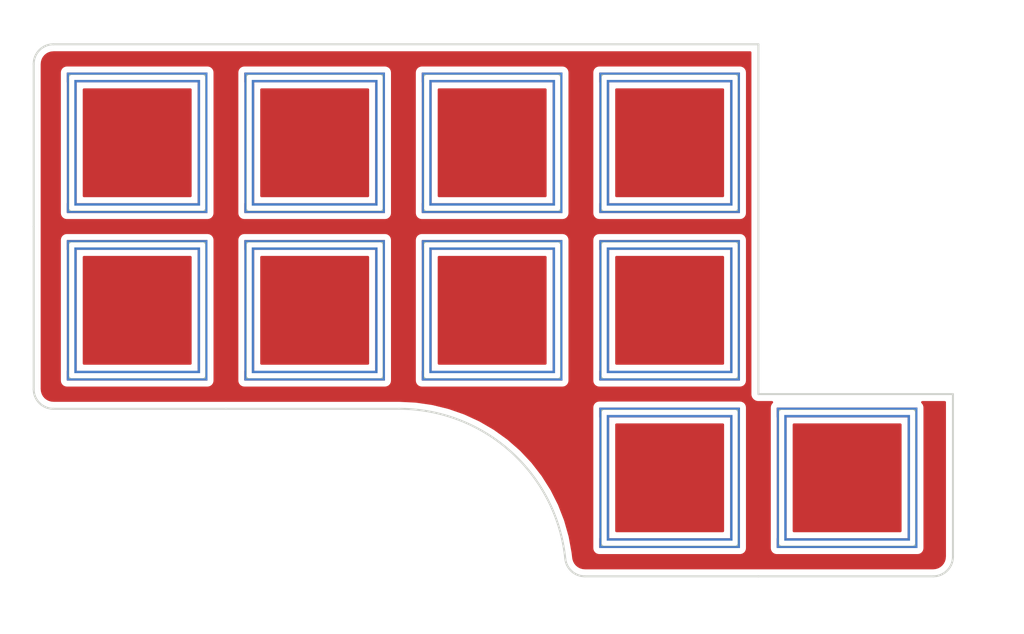
<source format=kicad_pcb>
(kicad_pcb (version 20171130) (host pcbnew "(5.1.10)-1")

  (general
    (thickness 1.6)
    (drawings 15)
    (tracks 0)
    (zones 0)
    (modules 10)
    (nets 12)
  )

  (page User 150.012 140.005)
  (title_block
    (title "Enki 42 left")
    (date 2021-06-23)
    (rev 0.2)
    (company Aroum)
  )

  (layers
    (0 F.Cu signal)
    (31 B.Cu signal)
    (32 B.Adhes user)
    (33 F.Adhes user)
    (34 B.Paste user)
    (35 F.Paste user)
    (36 B.SilkS user)
    (37 F.SilkS user)
    (38 B.Mask user)
    (39 F.Mask user)
    (40 Dwgs.User user)
    (41 Cmts.User user)
    (42 Eco1.User user)
    (43 Eco2.User user)
    (44 Edge.Cuts user)
    (45 Margin user)
    (46 B.CrtYd user)
    (47 F.CrtYd user)
    (48 B.Fab user)
    (49 F.Fab user)
  )

  (setup
    (last_trace_width 0.25)
    (user_trace_width 0.25)
    (user_trace_width 0.5)
    (trace_clearance 0.5)
    (zone_clearance 0.608)
    (zone_45_only no)
    (trace_min 0.15)
    (via_size 0.6)
    (via_drill 0.4)
    (via_min_size 0.4)
    (via_min_drill 0.3)
    (user_via 0.6 0.4)
    (uvia_size 0.3)
    (uvia_drill 0.1)
    (uvias_allowed no)
    (uvia_min_size 0.2)
    (uvia_min_drill 0.1)
    (edge_width 0.15)
    (segment_width 0.1)
    (pcb_text_width 0.3)
    (pcb_text_size 1.5 1.5)
    (mod_edge_width 0.15)
    (mod_text_size 1 1)
    (mod_text_width 0.15)
    (pad_size 0.975 0.95)
    (pad_drill 0)
    (pad_to_mask_clearance 0.051)
    (solder_mask_min_width 0.25)
    (aux_axis_origin 291.3875 36.175)
    (visible_elements 7FFDEFFF)
    (pcbplotparams
      (layerselection 0x010fc_ffffffff)
      (usegerberextensions true)
      (usegerberattributes false)
      (usegerberadvancedattributes false)
      (creategerberjobfile false)
      (excludeedgelayer true)
      (linewidth 0.100000)
      (plotframeref false)
      (viasonmask false)
      (mode 1)
      (useauxorigin false)
      (hpglpennumber 1)
      (hpglpenspeed 20)
      (hpglpendiameter 15.000000)
      (psnegative false)
      (psa4output false)
      (plotreference true)
      (plotvalue false)
      (plotinvisibletext false)
      (padsonsilk false)
      (subtractmaskfromsilk true)
      (outputformat 1)
      (mirror false)
      (drillshape 0)
      (scaleselection 1)
      (outputdirectory "gerber/"))
  )

  (net 0 "")
  (net 1 GND)
  (net 2 R1C1)
  (net 3 R1C2)
  (net 4 R1C3)
  (net 5 R1C4)
  (net 6 R2C1)
  (net 7 R2C2)
  (net 8 R2C3)
  (net 9 R2C4)
  (net 10 R3C4)
  (net 11 R3C5)

  (net_class Default "これは標準のネット クラスです。"
    (clearance 0.5)
    (trace_width 0.5)
    (via_dia 0.6)
    (via_drill 0.4)
    (uvia_dia 0.3)
    (uvia_drill 0.1)
    (diff_pair_width 0.25)
    (diff_pair_gap 0.25)
    (add_net R1C1)
    (add_net R1C2)
    (add_net R1C3)
    (add_net R1C4)
    (add_net R2C1)
    (add_net R2C2)
    (add_net R2C3)
    (add_net R2C4)
    (add_net R3C4)
    (add_net R3C5)
  )

  (module plate_lib:ChocV1_metallized_cutout (layer F.Cu) (tedit 61A3D7B6) (tstamp 60D5A177)
    (at 57.656 35.868)
    (path /5A5E2D32)
    (fp_text reference SW2 (at -5.842 -3.8735 180) (layer Dwgs.User) hide
      (effects (font (size 1 1) (thickness 0.15)))
    )
    (fp_text value SW_PUSH (at 0.1905 -2.7305 180) (layer Dwgs.User) hide
      (effects (font (size 0.5 0.5) (thickness 0.125)))
    )
    (fp_line (start 9.05 8.55) (end 7.25 8.55) (layer Eco1.User) (width 0.25))
    (fp_line (start 9.05 8.55) (end 9.05 7.2) (layer Eco1.User) (width 0.25))
    (fp_line (start 9.05 -8.55) (end 9.05 -7.35) (layer Eco1.User) (width 0.25))
    (fp_line (start 9.05 -8.55) (end 7.25 -8.55) (layer Eco1.User) (width 0.25))
    (fp_line (start -9.05 -8.55) (end -7.3 -8.55) (layer Eco1.User) (width 0.25))
    (fp_line (start -9.05 -8.55) (end -9.05 -7.35) (layer Eco1.User) (width 0.25))
    (fp_line (start -9.05 8.55) (end -7.3 8.55) (layer Eco1.User) (width 0.25))
    (fp_line (start -9.05 8.55) (end -9.05 7.2) (layer Eco1.User) (width 0.25))
    (fp_line (start 6.9 -6.9) (end -6.9 -6.9) (layer F.SilkS) (width 0.05))
    (fp_line (start -6.9 -6.9) (end -6.9 6.9) (layer F.SilkS) (width 0.05))
    (fp_line (start -6.9 6.9) (end 6.9 6.9) (layer F.SilkS) (width 0.05))
    (fp_line (start 6.9 6.9) (end 6.9 -6.9) (layer F.SilkS) (width 0.05))
    (pad 1 thru_hole custom (at -6.65 0) (size 1 14.2) (drill oval 0.5 13.8) (layers *.Cu *.Mask)
      (net 3 R1C2) (zone_connect 0)
      (options (clearance outline) (anchor rect))
      (primitives
      ))
    (pad 1 thru_hole custom (at 0 -6.65 90) (size 1 14.3) (drill oval 0.5 13.8) (layers *.Cu *.Mask)
      (net 3 R1C2) (zone_connect 0)
      (options (clearance outline) (anchor rect))
      (primitives
      ))
    (pad 1 thru_hole custom (at 0 6.65 270) (size 1 14.3) (drill oval 0.5 13.8) (layers *.Cu *.Mask)
      (net 3 R1C2) (zone_connect 0)
      (options (clearance outline) (anchor rect))
      (primitives
      ))
    (pad 1 thru_hole custom (at 6.65 0 180) (size 1 14.2) (drill oval 0.5 13.8) (layers *.Cu *.Mask)
      (net 3 R1C2) (zone_connect 0)
      (options (clearance outline) (anchor rect))
      (primitives
      ))
  )

  (module plate_lib:ChocV1_metallized_cutout (layer F.Cu) (tedit 61A3D7B6) (tstamp 60D5A043)
    (at 93.756 35.868)
    (path /5A5E2D44)
    (fp_text reference SW4 (at -5.842 -3.8735 180) (layer Dwgs.User) hide
      (effects (font (size 1 1) (thickness 0.15)))
    )
    (fp_text value SW_PUSH (at 0.1905 -2.7305 180) (layer Dwgs.User) hide
      (effects (font (size 0.5 0.5) (thickness 0.125)))
    )
    (fp_line (start 9.05 8.55) (end 7.25 8.55) (layer Eco1.User) (width 0.25))
    (fp_line (start 9.05 8.55) (end 9.05 7.2) (layer Eco1.User) (width 0.25))
    (fp_line (start 9.05 -8.55) (end 9.05 -7.35) (layer Eco1.User) (width 0.25))
    (fp_line (start 9.05 -8.55) (end 7.25 -8.55) (layer Eco1.User) (width 0.25))
    (fp_line (start -9.05 -8.55) (end -7.3 -8.55) (layer Eco1.User) (width 0.25))
    (fp_line (start -9.05 -8.55) (end -9.05 -7.35) (layer Eco1.User) (width 0.25))
    (fp_line (start -9.05 8.55) (end -7.3 8.55) (layer Eco1.User) (width 0.25))
    (fp_line (start -9.05 8.55) (end -9.05 7.2) (layer Eco1.User) (width 0.25))
    (fp_line (start 6.9 -6.9) (end -6.9 -6.9) (layer F.SilkS) (width 0.05))
    (fp_line (start -6.9 -6.9) (end -6.9 6.9) (layer F.SilkS) (width 0.05))
    (fp_line (start -6.9 6.9) (end 6.9 6.9) (layer F.SilkS) (width 0.05))
    (fp_line (start 6.9 6.9) (end 6.9 -6.9) (layer F.SilkS) (width 0.05))
    (pad 1 thru_hole custom (at -6.65 0) (size 1 14.2) (drill oval 0.5 13.8) (layers *.Cu *.Mask)
      (net 5 R1C4) (zone_connect 0)
      (options (clearance outline) (anchor rect))
      (primitives
      ))
    (pad 1 thru_hole custom (at 0 -6.65 90) (size 1 14.3) (drill oval 0.5 13.8) (layers *.Cu *.Mask)
      (net 5 R1C4) (zone_connect 0)
      (options (clearance outline) (anchor rect))
      (primitives
      ))
    (pad 1 thru_hole custom (at 0 6.65 270) (size 1 14.3) (drill oval 0.5 13.8) (layers *.Cu *.Mask)
      (net 5 R1C4) (zone_connect 0)
      (options (clearance outline) (anchor rect))
      (primitives
      ))
    (pad 1 thru_hole custom (at 6.65 0 180) (size 1 14.2) (drill oval 0.5 13.8) (layers *.Cu *.Mask)
      (net 5 R1C4) (zone_connect 0)
      (options (clearance outline) (anchor rect))
      (primitives
      ))
  )

  (module plate_lib:ChocV1_metallized_cutout (layer F.Cu) (tedit 61A3D7B6) (tstamp 60D59FCB)
    (at 111.806 69.968)
    (path /5A5E37B0)
    (fp_text reference SW10 (at -5.842 -3.8735 180) (layer Dwgs.User) hide
      (effects (font (size 1 1) (thickness 0.15)))
    )
    (fp_text value SW_PUSH (at 0.1905 -2.7305 180) (layer Dwgs.User) hide
      (effects (font (size 0.5 0.5) (thickness 0.125)))
    )
    (fp_line (start 9.05 8.55) (end 7.25 8.55) (layer Eco1.User) (width 0.25))
    (fp_line (start 9.05 8.55) (end 9.05 7.2) (layer Eco1.User) (width 0.25))
    (fp_line (start 9.05 -8.55) (end 9.05 -7.35) (layer Eco1.User) (width 0.25))
    (fp_line (start 9.05 -8.55) (end 7.25 -8.55) (layer Eco1.User) (width 0.25))
    (fp_line (start -9.05 -8.55) (end -7.3 -8.55) (layer Eco1.User) (width 0.25))
    (fp_line (start -9.05 -8.55) (end -9.05 -7.35) (layer Eco1.User) (width 0.25))
    (fp_line (start -9.05 8.55) (end -7.3 8.55) (layer Eco1.User) (width 0.25))
    (fp_line (start -9.05 8.55) (end -9.05 7.2) (layer Eco1.User) (width 0.25))
    (fp_line (start 6.9 -6.9) (end -6.9 -6.9) (layer F.SilkS) (width 0.05))
    (fp_line (start -6.9 -6.9) (end -6.9 6.9) (layer F.SilkS) (width 0.05))
    (fp_line (start -6.9 6.9) (end 6.9 6.9) (layer F.SilkS) (width 0.05))
    (fp_line (start 6.9 6.9) (end 6.9 -6.9) (layer F.SilkS) (width 0.05))
    (pad 1 thru_hole custom (at -6.65 0) (size 1 14.2) (drill oval 0.5 13.8) (layers *.Cu *.Mask)
      (net 11 R3C5) (zone_connect 0)
      (options (clearance outline) (anchor rect))
      (primitives
      ))
    (pad 1 thru_hole custom (at 0 -6.65 90) (size 1 14.3) (drill oval 0.5 13.8) (layers *.Cu *.Mask)
      (net 11 R3C5) (zone_connect 0)
      (options (clearance outline) (anchor rect))
      (primitives
      ))
    (pad 1 thru_hole custom (at 0 6.65 270) (size 1 14.3) (drill oval 0.5 13.8) (layers *.Cu *.Mask)
      (net 11 R3C5) (zone_connect 0)
      (options (clearance outline) (anchor rect))
      (primitives
      ))
    (pad 1 thru_hole custom (at 6.65 0 180) (size 1 14.2) (drill oval 0.5 13.8) (layers *.Cu *.Mask)
      (net 11 R3C5) (zone_connect 0)
      (options (clearance outline) (anchor rect))
      (primitives
      ))
  )

  (module plate_lib:ChocV1_metallized_cutout (layer F.Cu) (tedit 61A3D7B6) (tstamp 60D5A13B)
    (at 39.606 35.868)
    (path /5A5E2D26)
    (fp_text reference SW1 (at -5.842 -3.8735 180) (layer Dwgs.User) hide
      (effects (font (size 1 1) (thickness 0.15)))
    )
    (fp_text value SW_PUSH (at 0.1905 -2.7305 180) (layer Dwgs.User) hide
      (effects (font (size 0.5 0.5) (thickness 0.125)))
    )
    (fp_line (start 9.05 8.55) (end 7.25 8.55) (layer Eco1.User) (width 0.25))
    (fp_line (start 9.05 8.55) (end 9.05 7.2) (layer Eco1.User) (width 0.25))
    (fp_line (start 9.05 -8.55) (end 9.05 -7.35) (layer Eco1.User) (width 0.25))
    (fp_line (start 9.05 -8.55) (end 7.25 -8.55) (layer Eco1.User) (width 0.25))
    (fp_line (start -9.05 -8.55) (end -7.3 -8.55) (layer Eco1.User) (width 0.25))
    (fp_line (start -9.05 -8.55) (end -9.05 -7.35) (layer Eco1.User) (width 0.25))
    (fp_line (start -9.05 8.55) (end -7.3 8.55) (layer Eco1.User) (width 0.25))
    (fp_line (start -9.05 8.55) (end -9.05 7.2) (layer Eco1.User) (width 0.25))
    (fp_line (start 6.9 -6.9) (end -6.9 -6.9) (layer F.SilkS) (width 0.05))
    (fp_line (start -6.9 -6.9) (end -6.9 6.9) (layer F.SilkS) (width 0.05))
    (fp_line (start -6.9 6.9) (end 6.9 6.9) (layer F.SilkS) (width 0.05))
    (fp_line (start 6.9 6.9) (end 6.9 -6.9) (layer F.SilkS) (width 0.05))
    (pad 1 thru_hole custom (at -6.65 0) (size 1 14.2) (drill oval 0.5 13.8) (layers *.Cu *.Mask)
      (net 2 R1C1) (zone_connect 0)
      (options (clearance outline) (anchor rect))
      (primitives
      ))
    (pad 1 thru_hole custom (at 0 -6.65 90) (size 1 14.3) (drill oval 0.5 13.8) (layers *.Cu *.Mask)
      (net 2 R1C1) (zone_connect 0)
      (options (clearance outline) (anchor rect))
      (primitives
      ))
    (pad 1 thru_hole custom (at 0 6.65 270) (size 1 14.3) (drill oval 0.5 13.8) (layers *.Cu *.Mask)
      (net 2 R1C1) (zone_connect 0)
      (options (clearance outline) (anchor rect))
      (primitives
      ))
    (pad 1 thru_hole custom (at 6.65 0 180) (size 1 14.2) (drill oval 0.5 13.8) (layers *.Cu *.Mask)
      (net 2 R1C1) (zone_connect 0)
      (options (clearance outline) (anchor rect))
      (primitives
      ))
  )

  (module plate_lib:ChocV1_metallized_cutout (layer F.Cu) (tedit 61A3D7B6) (tstamp 60D59FDF)
    (at 93.756 69.968)
    (path /5A5E37A4)
    (fp_text reference SW9 (at -5.842 -3.8735 180) (layer Dwgs.User) hide
      (effects (font (size 1 1) (thickness 0.15)))
    )
    (fp_text value SW_PUSH (at 0.1905 -2.7305 180) (layer Dwgs.User) hide
      (effects (font (size 0.5 0.5) (thickness 0.125)))
    )
    (fp_line (start 9.05 8.55) (end 7.25 8.55) (layer Eco1.User) (width 0.25))
    (fp_line (start 9.05 8.55) (end 9.05 7.2) (layer Eco1.User) (width 0.25))
    (fp_line (start 9.05 -8.55) (end 9.05 -7.35) (layer Eco1.User) (width 0.25))
    (fp_line (start 9.05 -8.55) (end 7.25 -8.55) (layer Eco1.User) (width 0.25))
    (fp_line (start -9.05 -8.55) (end -7.3 -8.55) (layer Eco1.User) (width 0.25))
    (fp_line (start -9.05 -8.55) (end -9.05 -7.35) (layer Eco1.User) (width 0.25))
    (fp_line (start -9.05 8.55) (end -7.3 8.55) (layer Eco1.User) (width 0.25))
    (fp_line (start -9.05 8.55) (end -9.05 7.2) (layer Eco1.User) (width 0.25))
    (fp_line (start 6.9 -6.9) (end -6.9 -6.9) (layer F.SilkS) (width 0.05))
    (fp_line (start -6.9 -6.9) (end -6.9 6.9) (layer F.SilkS) (width 0.05))
    (fp_line (start -6.9 6.9) (end 6.9 6.9) (layer F.SilkS) (width 0.05))
    (fp_line (start 6.9 6.9) (end 6.9 -6.9) (layer F.SilkS) (width 0.05))
    (pad 1 thru_hole custom (at -6.65 0) (size 1 14.2) (drill oval 0.5 13.8) (layers *.Cu *.Mask)
      (net 10 R3C4) (zone_connect 0)
      (options (clearance outline) (anchor rect))
      (primitives
      ))
    (pad 1 thru_hole custom (at 0 -6.65 90) (size 1 14.3) (drill oval 0.5 13.8) (layers *.Cu *.Mask)
      (net 10 R3C4) (zone_connect 0)
      (options (clearance outline) (anchor rect))
      (primitives
      ))
    (pad 1 thru_hole custom (at 0 6.65 270) (size 1 14.3) (drill oval 0.5 13.8) (layers *.Cu *.Mask)
      (net 10 R3C4) (zone_connect 0)
      (options (clearance outline) (anchor rect))
      (primitives
      ))
    (pad 1 thru_hole custom (at 6.65 0 180) (size 1 14.2) (drill oval 0.5 13.8) (layers *.Cu *.Mask)
      (net 10 R3C4) (zone_connect 0)
      (options (clearance outline) (anchor rect))
      (primitives
      ))
  )

  (module plate_lib:ChocV1_metallized_cutout (layer F.Cu) (tedit 61A3D7B6) (tstamp 60D5A01B)
    (at 93.756 52.918)
    (path /5A5E35CF)
    (fp_text reference SW8 (at -5.842 -3.8735 180) (layer Dwgs.User) hide
      (effects (font (size 1 1) (thickness 0.15)))
    )
    (fp_text value SW_PUSH (at 0.1905 -2.7305 180) (layer Dwgs.User) hide
      (effects (font (size 0.5 0.5) (thickness 0.125)))
    )
    (fp_line (start 9.05 8.55) (end 7.25 8.55) (layer Eco1.User) (width 0.25))
    (fp_line (start 9.05 8.55) (end 9.05 7.2) (layer Eco1.User) (width 0.25))
    (fp_line (start 9.05 -8.55) (end 9.05 -7.35) (layer Eco1.User) (width 0.25))
    (fp_line (start 9.05 -8.55) (end 7.25 -8.55) (layer Eco1.User) (width 0.25))
    (fp_line (start -9.05 -8.55) (end -7.3 -8.55) (layer Eco1.User) (width 0.25))
    (fp_line (start -9.05 -8.55) (end -9.05 -7.35) (layer Eco1.User) (width 0.25))
    (fp_line (start -9.05 8.55) (end -7.3 8.55) (layer Eco1.User) (width 0.25))
    (fp_line (start -9.05 8.55) (end -9.05 7.2) (layer Eco1.User) (width 0.25))
    (fp_line (start 6.9 -6.9) (end -6.9 -6.9) (layer F.SilkS) (width 0.05))
    (fp_line (start -6.9 -6.9) (end -6.9 6.9) (layer F.SilkS) (width 0.05))
    (fp_line (start -6.9 6.9) (end 6.9 6.9) (layer F.SilkS) (width 0.05))
    (fp_line (start 6.9 6.9) (end 6.9 -6.9) (layer F.SilkS) (width 0.05))
    (pad 1 thru_hole custom (at -6.65 0) (size 1 14.2) (drill oval 0.5 13.8) (layers *.Cu *.Mask)
      (net 9 R2C4) (zone_connect 0)
      (options (clearance outline) (anchor rect))
      (primitives
      ))
    (pad 1 thru_hole custom (at 0 -6.65 90) (size 1 14.3) (drill oval 0.5 13.8) (layers *.Cu *.Mask)
      (net 9 R2C4) (zone_connect 0)
      (options (clearance outline) (anchor rect))
      (primitives
      ))
    (pad 1 thru_hole custom (at 0 6.65 270) (size 1 14.3) (drill oval 0.5 13.8) (layers *.Cu *.Mask)
      (net 9 R2C4) (zone_connect 0)
      (options (clearance outline) (anchor rect))
      (primitives
      ))
    (pad 1 thru_hole custom (at 6.65 0 180) (size 1 14.2) (drill oval 0.5 13.8) (layers *.Cu *.Mask)
      (net 9 R2C4) (zone_connect 0)
      (options (clearance outline) (anchor rect))
      (primitives
      ))
  )

  (module plate_lib:ChocV1_metallized_cutout (layer F.Cu) (tedit 61A3D7B6) (tstamp 60D59FB7)
    (at 75.706 52.918)
    (path /5A5E35C9)
    (fp_text reference SW7 (at -5.842 -3.8735 180) (layer Dwgs.User) hide
      (effects (font (size 1 1) (thickness 0.15)))
    )
    (fp_text value SW_PUSH (at 0.1905 -2.7305 180) (layer Dwgs.User) hide
      (effects (font (size 0.5 0.5) (thickness 0.125)))
    )
    (fp_line (start 9.05 8.55) (end 7.25 8.55) (layer Eco1.User) (width 0.25))
    (fp_line (start 9.05 8.55) (end 9.05 7.2) (layer Eco1.User) (width 0.25))
    (fp_line (start 9.05 -8.55) (end 9.05 -7.35) (layer Eco1.User) (width 0.25))
    (fp_line (start 9.05 -8.55) (end 7.25 -8.55) (layer Eco1.User) (width 0.25))
    (fp_line (start -9.05 -8.55) (end -7.3 -8.55) (layer Eco1.User) (width 0.25))
    (fp_line (start -9.05 -8.55) (end -9.05 -7.35) (layer Eco1.User) (width 0.25))
    (fp_line (start -9.05 8.55) (end -7.3 8.55) (layer Eco1.User) (width 0.25))
    (fp_line (start -9.05 8.55) (end -9.05 7.2) (layer Eco1.User) (width 0.25))
    (fp_line (start 6.9 -6.9) (end -6.9 -6.9) (layer F.SilkS) (width 0.05))
    (fp_line (start -6.9 -6.9) (end -6.9 6.9) (layer F.SilkS) (width 0.05))
    (fp_line (start -6.9 6.9) (end 6.9 6.9) (layer F.SilkS) (width 0.05))
    (fp_line (start 6.9 6.9) (end 6.9 -6.9) (layer F.SilkS) (width 0.05))
    (pad 1 thru_hole custom (at -6.65 0) (size 1 14.2) (drill oval 0.5 13.8) (layers *.Cu *.Mask)
      (net 8 R2C3) (zone_connect 0)
      (options (clearance outline) (anchor rect))
      (primitives
      ))
    (pad 1 thru_hole custom (at 0 -6.65 90) (size 1 14.3) (drill oval 0.5 13.8) (layers *.Cu *.Mask)
      (net 8 R2C3) (zone_connect 0)
      (options (clearance outline) (anchor rect))
      (primitives
      ))
    (pad 1 thru_hole custom (at 0 6.65 270) (size 1 14.3) (drill oval 0.5 13.8) (layers *.Cu *.Mask)
      (net 8 R2C3) (zone_connect 0)
      (options (clearance outline) (anchor rect))
      (primitives
      ))
    (pad 1 thru_hole custom (at 6.65 0 180) (size 1 14.2) (drill oval 0.5 13.8) (layers *.Cu *.Mask)
      (net 8 R2C3) (zone_connect 0)
      (options (clearance outline) (anchor rect))
      (primitives
      ))
  )

  (module plate_lib:ChocV1_metallized_cutout (layer F.Cu) (tedit 61A3D7B6) (tstamp 60D5A47B)
    (at 57.656 52.918)
    (path /5A5E35BD)
    (fp_text reference SW6 (at -5.842 -3.8735 180) (layer Dwgs.User) hide
      (effects (font (size 1 1) (thickness 0.15)))
    )
    (fp_text value SW_PUSH (at 0.1905 -2.7305 180) (layer Dwgs.User) hide
      (effects (font (size 0.5 0.5) (thickness 0.125)))
    )
    (fp_line (start 9.05 8.55) (end 7.25 8.55) (layer Eco1.User) (width 0.25))
    (fp_line (start 9.05 8.55) (end 9.05 7.2) (layer Eco1.User) (width 0.25))
    (fp_line (start 9.05 -8.55) (end 9.05 -7.35) (layer Eco1.User) (width 0.25))
    (fp_line (start 9.05 -8.55) (end 7.25 -8.55) (layer Eco1.User) (width 0.25))
    (fp_line (start -9.05 -8.55) (end -7.3 -8.55) (layer Eco1.User) (width 0.25))
    (fp_line (start -9.05 -8.55) (end -9.05 -7.35) (layer Eco1.User) (width 0.25))
    (fp_line (start -9.05 8.55) (end -7.3 8.55) (layer Eco1.User) (width 0.25))
    (fp_line (start -9.05 8.55) (end -9.05 7.2) (layer Eco1.User) (width 0.25))
    (fp_line (start 6.9 -6.9) (end -6.9 -6.9) (layer F.SilkS) (width 0.05))
    (fp_line (start -6.9 -6.9) (end -6.9 6.9) (layer F.SilkS) (width 0.05))
    (fp_line (start -6.9 6.9) (end 6.9 6.9) (layer F.SilkS) (width 0.05))
    (fp_line (start 6.9 6.9) (end 6.9 -6.9) (layer F.SilkS) (width 0.05))
    (pad 1 thru_hole custom (at -6.65 0) (size 1 14.2) (drill oval 0.5 13.8) (layers *.Cu *.Mask)
      (net 7 R2C2) (zone_connect 0)
      (options (clearance outline) (anchor rect))
      (primitives
      ))
    (pad 1 thru_hole custom (at 0 -6.65 90) (size 1 14.3) (drill oval 0.5 13.8) (layers *.Cu *.Mask)
      (net 7 R2C2) (zone_connect 0)
      (options (clearance outline) (anchor rect))
      (primitives
      ))
    (pad 1 thru_hole custom (at 0 6.65 270) (size 1 14.3) (drill oval 0.5 13.8) (layers *.Cu *.Mask)
      (net 7 R2C2) (zone_connect 0)
      (options (clearance outline) (anchor rect))
      (primitives
      ))
    (pad 1 thru_hole custom (at 6.65 0 180) (size 1 14.2) (drill oval 0.5 13.8) (layers *.Cu *.Mask)
      (net 7 R2C2) (zone_connect 0)
      (options (clearance outline) (anchor rect))
      (primitives
      ))
  )

  (module plate_lib:ChocV1_metallized_cutout (layer F.Cu) (tedit 61A3D7B6) (tstamp 60D5A113)
    (at 39.606 52.918)
    (path /5A5E35B1)
    (fp_text reference SW5 (at -5.842 -3.8735 180) (layer Dwgs.User) hide
      (effects (font (size 1 1) (thickness 0.15)))
    )
    (fp_text value SW_PUSH (at 0.1905 -2.7305 180) (layer Dwgs.User) hide
      (effects (font (size 0.5 0.5) (thickness 0.125)))
    )
    (fp_line (start 9.05 8.55) (end 7.25 8.55) (layer Eco1.User) (width 0.25))
    (fp_line (start 9.05 8.55) (end 9.05 7.2) (layer Eco1.User) (width 0.25))
    (fp_line (start 9.05 -8.55) (end 9.05 -7.35) (layer Eco1.User) (width 0.25))
    (fp_line (start 9.05 -8.55) (end 7.25 -8.55) (layer Eco1.User) (width 0.25))
    (fp_line (start -9.05 -8.55) (end -7.3 -8.55) (layer Eco1.User) (width 0.25))
    (fp_line (start -9.05 -8.55) (end -9.05 -7.35) (layer Eco1.User) (width 0.25))
    (fp_line (start -9.05 8.55) (end -7.3 8.55) (layer Eco1.User) (width 0.25))
    (fp_line (start -9.05 8.55) (end -9.05 7.2) (layer Eco1.User) (width 0.25))
    (fp_line (start 6.9 -6.9) (end -6.9 -6.9) (layer F.SilkS) (width 0.05))
    (fp_line (start -6.9 -6.9) (end -6.9 6.9) (layer F.SilkS) (width 0.05))
    (fp_line (start -6.9 6.9) (end 6.9 6.9) (layer F.SilkS) (width 0.05))
    (fp_line (start 6.9 6.9) (end 6.9 -6.9) (layer F.SilkS) (width 0.05))
    (pad 1 thru_hole custom (at -6.65 0) (size 1 14.2) (drill oval 0.5 13.8) (layers *.Cu *.Mask)
      (net 6 R2C1) (zone_connect 0)
      (options (clearance outline) (anchor rect))
      (primitives
      ))
    (pad 1 thru_hole custom (at 0 -6.65 90) (size 1 14.3) (drill oval 0.5 13.8) (layers *.Cu *.Mask)
      (net 6 R2C1) (zone_connect 0)
      (options (clearance outline) (anchor rect))
      (primitives
      ))
    (pad 1 thru_hole custom (at 0 6.65 270) (size 1 14.3) (drill oval 0.5 13.8) (layers *.Cu *.Mask)
      (net 6 R2C1) (zone_connect 0)
      (options (clearance outline) (anchor rect))
      (primitives
      ))
    (pad 1 thru_hole custom (at 6.65 0 180) (size 1 14.2) (drill oval 0.5 13.8) (layers *.Cu *.Mask)
      (net 6 R2C1) (zone_connect 0)
      (options (clearance outline) (anchor rect))
      (primitives
      ))
  )

  (module plate_lib:ChocV1_metallized_cutout (layer F.Cu) (tedit 61A3D7B6) (tstamp 60D5A057)
    (at 75.706 35.868)
    (path /5A5E2D3E)
    (fp_text reference SW3 (at -5.842 -3.8735 180) (layer Dwgs.User) hide
      (effects (font (size 1 1) (thickness 0.15)))
    )
    (fp_text value SW_PUSH (at 0.1905 -2.7305 180) (layer Dwgs.User) hide
      (effects (font (size 0.5 0.5) (thickness 0.125)))
    )
    (fp_line (start 9.05 8.55) (end 7.25 8.55) (layer Eco1.User) (width 0.25))
    (fp_line (start 9.05 8.55) (end 9.05 7.2) (layer Eco1.User) (width 0.25))
    (fp_line (start 9.05 -8.55) (end 9.05 -7.35) (layer Eco1.User) (width 0.25))
    (fp_line (start 9.05 -8.55) (end 7.25 -8.55) (layer Eco1.User) (width 0.25))
    (fp_line (start -9.05 -8.55) (end -7.3 -8.55) (layer Eco1.User) (width 0.25))
    (fp_line (start -9.05 -8.55) (end -9.05 -7.35) (layer Eco1.User) (width 0.25))
    (fp_line (start -9.05 8.55) (end -7.3 8.55) (layer Eco1.User) (width 0.25))
    (fp_line (start -9.05 8.55) (end -9.05 7.2) (layer Eco1.User) (width 0.25))
    (fp_line (start 6.9 -6.9) (end -6.9 -6.9) (layer F.SilkS) (width 0.05))
    (fp_line (start -6.9 -6.9) (end -6.9 6.9) (layer F.SilkS) (width 0.05))
    (fp_line (start -6.9 6.9) (end 6.9 6.9) (layer F.SilkS) (width 0.05))
    (fp_line (start 6.9 6.9) (end 6.9 -6.9) (layer F.SilkS) (width 0.05))
    (pad 1 thru_hole custom (at -6.65 0) (size 1 14.2) (drill oval 0.5 13.8) (layers *.Cu *.Mask)
      (net 4 R1C3) (zone_connect 0)
      (options (clearance outline) (anchor rect))
      (primitives
      ))
    (pad 1 thru_hole custom (at 0 -6.65 90) (size 1 14.3) (drill oval 0.5 13.8) (layers *.Cu *.Mask)
      (net 4 R1C3) (zone_connect 0)
      (options (clearance outline) (anchor rect))
      (primitives
      ))
    (pad 1 thru_hole custom (at 0 6.65 270) (size 1 14.3) (drill oval 0.5 13.8) (layers *.Cu *.Mask)
      (net 4 R1C3) (zone_connect 0)
      (options (clearance outline) (anchor rect))
      (primitives
      ))
    (pad 1 thru_hole custom (at 6.65 0 180) (size 1 14.2) (drill oval 0.5 13.8) (layers *.Cu *.Mask)
      (net 4 R1C3) (zone_connect 0)
      (options (clearance outline) (anchor rect))
      (primitives
      ))
  )

  (gr_line (start 102.781 61.443) (end 122.566009 61.443) (layer Edge.Cuts) (width 0.2))
  (gr_line (start 102.781 25.8445) (end 102.781 61.443) (layer Edge.Cuts) (width 0.2))
  (gr_arc (start 31.081 27.843) (end 31.081 25.843) (angle -90) (layer Edge.Cuts) (width 0.2) (tstamp 60FEB23C))
  (gr_line (start 31.081 25.843) (end 102.781 25.8445) (layer Edge.Cuts) (width 0.2) (tstamp 60FEB23B))
  (gr_arc (start 31.081 60.942999) (end 29.081 60.942999) (angle -90) (layer Edge.Cuts) (width 0.2) (tstamp 60FEB239))
  (gr_arc (start 120.566009 77.992999) (end 120.566009 79.992999) (angle -90) (layer Edge.Cuts) (width 0.2) (tstamp 60FEB238))
  (gr_arc (start 85.130669 77.992999) (end 83.141231 78.198262) (angle -84.10927124) (layer Edge.Cuts) (width 0.2) (tstamp 60FEB237))
  (gr_arc (start 66.231 79.942999) (end 83.141231 78.198262) (angle -84.10927124) (layer Edge.Cuts) (width 0.2) (tstamp 60FEB236))
  (gr_line (start 31.081 62.942999) (end 48.631 62.942999) (layer Edge.Cuts) (width 0.2) (tstamp 60FEB235))
  (gr_line (start 29.081 44.393) (end 29.081 60.942999) (layer Edge.Cuts) (width 0.2) (tstamp 60FEB234))
  (gr_line (start 29.081 27.843) (end 29.081 44.393) (layer Edge.Cuts) (width 0.2) (tstamp 60FEB233))
  (gr_line (start 48.631 62.942999) (end 66.231 62.942999) (layer Edge.Cuts) (width 0.2) (tstamp 60FEB230))
  (gr_line (start 85.130669 79.992999) (end 102.780999 79.992999) (layer Edge.Cuts) (width 0.2) (tstamp 60FEB22F))
  (gr_line (start 102.780999 79.992999) (end 120.566009 79.992999) (layer Edge.Cuts) (width 0.2) (tstamp 60FEB22E))
  (gr_line (start 122.566009 77.992999) (end 122.566009 61.443) (layer Edge.Cuts) (width 0.2) (tstamp 60FEB22D))

  (zone (net 1) (net_name GND) (layer B.Cu) (tstamp 61155236) (hatch edge 0.508)
    (connect_pads (clearance 0.608))
    (min_thickness 0.254)
    (fill yes (arc_segments 32) (thermal_gap 0.508) (thermal_bridge_width 0.508))
    (polygon
      (pts
        (xy 129.794 85.852) (xy 25.908 85.852) (xy 25.908 21.336) (xy 129.794 21.336)
      )
    )
  )
  (zone (net 0) (net_name "") (layer F.Cu) (tstamp 61A3FB1C) (hatch edge 0.508)
    (connect_pads (clearance 0.608))
    (min_thickness 0.254)
    (fill yes (arc_segments 32) (thermal_gap 0.508) (thermal_bridge_width 0.508))
    (polygon
      (pts
        (xy 129.54 85.852) (xy 25.654 85.852) (xy 25.654 21.336) (xy 129.54 21.336)
      )
    )
    (filled_polygon
      (pts
        (xy 101.946 26.679482) (xy 101.946001 61.401971) (xy 101.94196 61.443) (xy 101.958082 61.606689) (xy 102.005828 61.764087)
        (xy 102.083364 61.909146) (xy 102.187709 62.036291) (xy 102.314854 62.140636) (xy 102.459913 62.218172) (xy 102.617311 62.265918)
        (xy 102.739981 62.278) (xy 102.739982 62.278) (xy 102.781 62.28204) (xy 102.822019 62.278) (xy 104.155405 62.278)
        (xy 104.133762 62.295762) (xy 104.041913 62.40768) (xy 103.973663 62.535367) (xy 103.931635 62.673915) (xy 103.917444 62.818)
        (xy 103.917444 77.118) (xy 103.931635 77.262085) (xy 103.973663 77.400633) (xy 104.041913 77.52832) (xy 104.133762 77.640238)
        (xy 104.24568 77.732087) (xy 104.373367 77.800337) (xy 104.511915 77.842365) (xy 104.656 77.856556) (xy 118.956 77.856556)
        (xy 119.100085 77.842365) (xy 119.238633 77.800337) (xy 119.36632 77.732087) (xy 119.478238 77.640238) (xy 119.570087 77.52832)
        (xy 119.638337 77.400633) (xy 119.680365 77.262085) (xy 119.694556 77.118) (xy 119.694556 62.818) (xy 119.680365 62.673915)
        (xy 119.638337 62.535367) (xy 119.570087 62.40768) (xy 119.478238 62.295762) (xy 119.456595 62.278) (xy 121.73101 62.278)
        (xy 121.731009 77.952159) (xy 121.704893 78.218505) (xy 121.639403 78.43542) (xy 121.533027 78.635483) (xy 121.389818 78.811076)
        (xy 121.215228 78.955509) (xy 121.01591 79.063279) (xy 120.799463 79.130281) (xy 120.535742 79.157999) (xy 85.171519 79.157999)
        (xy 84.905165 79.131883) (xy 84.688246 79.066391) (xy 84.488186 78.960018) (xy 84.312592 78.816807) (xy 84.168159 78.642216)
        (xy 84.060391 78.442903) (xy 83.987426 78.207194) (xy 83.968798 78.086096) (xy 83.91487 77.626702) (xy 83.913282 77.617157)
        (xy 83.907238 77.575471) (xy 83.616966 75.970248) (xy 83.614506 75.959592) (xy 83.612795 75.94879) (xy 83.598942 75.892178)
        (xy 83.156153 74.322167) (xy 83.152683 74.311797) (xy 83.149945 74.301208) (xy 83.130753 74.246252) (xy 83.13073 74.246184)
        (xy 83.130722 74.246166) (xy 82.539501 72.72584) (xy 82.535049 72.71584) (xy 82.531312 72.705573) (xy 82.506912 72.652644)
        (xy 81.772685 71.195966) (xy 81.767303 71.186453) (xy 81.762592 71.176576) (xy 81.733231 71.12623) (xy 80.862769 69.746631)
        (xy 80.856497 69.737673) (xy 80.850863 69.728297) (xy 80.816811 69.680997) (xy 79.818128 68.39118) (xy 79.811022 68.38286)
        (xy 79.80452 68.374073) (xy 79.766092 68.330254) (xy 78.648383 67.142094) (xy 78.640512 67.134493) (xy 78.633198 67.12637)
        (xy 78.590747 67.086436) (xy 77.364303 66.010874) (xy 77.355747 66.004068) (xy 77.347681 65.996677) (xy 77.301635 65.961025)
        (xy 77.301598 65.960996) (xy 77.301588 65.960989) (xy 75.977713 65.007935) (xy 75.968533 65.001973) (xy 75.959806 64.995397)
        (xy 75.91055 64.964318) (xy 75.910516 64.964296) (xy 75.910507 64.964291) (xy 74.501378 64.142511) (xy 74.491679 64.137462)
        (xy 74.482353 64.131747) (xy 74.430308 64.105514) (xy 72.948893 63.422573) (xy 72.938748 63.418474) (xy 72.928923 63.413682)
        (xy 72.87467 63.392585) (xy 72.874604 63.392558) (xy 72.874585 63.392552) (xy 71.334553 62.854749) (xy 71.324068 62.851643)
        (xy 71.313824 62.847813) (xy 71.257799 62.832013) (xy 71.257729 62.831992) (xy 71.257709 62.831988) (xy 71.200545 62.818)
        (xy 85.867444 62.818) (xy 85.867444 77.118) (xy 85.881635 77.262085) (xy 85.923663 77.400633) (xy 85.991913 77.52832)
        (xy 86.083762 77.640238) (xy 86.19568 77.732087) (xy 86.323367 77.800337) (xy 86.461915 77.842365) (xy 86.606 77.856556)
        (xy 100.906 77.856556) (xy 101.050085 77.842365) (xy 101.188633 77.800337) (xy 101.31632 77.732087) (xy 101.428238 77.640238)
        (xy 101.520087 77.52832) (xy 101.588337 77.400633) (xy 101.630365 77.262085) (xy 101.644556 77.118) (xy 101.644556 62.818)
        (xy 101.630365 62.673915) (xy 101.588337 62.535367) (xy 101.520087 62.40768) (xy 101.428238 62.295762) (xy 101.31632 62.203913)
        (xy 101.188633 62.135663) (xy 101.050085 62.093635) (xy 100.906 62.079444) (xy 86.606 62.079444) (xy 86.461915 62.093635)
        (xy 86.323367 62.135663) (xy 86.19568 62.203913) (xy 86.083762 62.295762) (xy 85.991913 62.40768) (xy 85.923663 62.535367)
        (xy 85.881635 62.673915) (xy 85.867444 62.818) (xy 71.200545 62.818) (xy 69.673221 62.444265) (xy 69.662478 62.442177)
        (xy 69.651921 62.439348) (xy 69.594583 62.42898) (xy 69.59457 62.428977) (xy 69.594567 62.428977) (xy 67.980194 62.194904)
        (xy 67.969305 62.193855) (xy 67.958523 62.192051) (xy 67.900516 62.187231) (xy 67.90044 62.187224) (xy 67.900419 62.187224)
        (xy 66.291975 62.109965) (xy 66.272019 62.107999) (xy 31.12184 62.107999) (xy 30.855494 62.081883) (xy 30.638579 62.016393)
        (xy 30.438516 61.910017) (xy 30.262923 61.766808) (xy 30.11849 61.592218) (xy 30.01072 61.3929) (xy 29.943718 61.176453)
        (xy 29.916 60.912732) (xy 29.916 45.768) (xy 31.717444 45.768) (xy 31.717444 60.068) (xy 31.731635 60.212085)
        (xy 31.773663 60.350633) (xy 31.841913 60.47832) (xy 31.933762 60.590238) (xy 32.04568 60.682087) (xy 32.173367 60.750337)
        (xy 32.311915 60.792365) (xy 32.456 60.806556) (xy 46.756 60.806556) (xy 46.900085 60.792365) (xy 47.038633 60.750337)
        (xy 47.16632 60.682087) (xy 47.278238 60.590238) (xy 47.370087 60.47832) (xy 47.438337 60.350633) (xy 47.480365 60.212085)
        (xy 47.494556 60.068) (xy 47.494556 45.768) (xy 49.767444 45.768) (xy 49.767444 60.068) (xy 49.781635 60.212085)
        (xy 49.823663 60.350633) (xy 49.891913 60.47832) (xy 49.983762 60.590238) (xy 50.09568 60.682087) (xy 50.223367 60.750337)
        (xy 50.361915 60.792365) (xy 50.506 60.806556) (xy 64.806 60.806556) (xy 64.950085 60.792365) (xy 65.088633 60.750337)
        (xy 65.21632 60.682087) (xy 65.328238 60.590238) (xy 65.420087 60.47832) (xy 65.488337 60.350633) (xy 65.530365 60.212085)
        (xy 65.544556 60.068) (xy 65.544556 45.768) (xy 67.817444 45.768) (xy 67.817444 60.068) (xy 67.831635 60.212085)
        (xy 67.873663 60.350633) (xy 67.941913 60.47832) (xy 68.033762 60.590238) (xy 68.14568 60.682087) (xy 68.273367 60.750337)
        (xy 68.411915 60.792365) (xy 68.556 60.806556) (xy 82.856 60.806556) (xy 83.000085 60.792365) (xy 83.138633 60.750337)
        (xy 83.26632 60.682087) (xy 83.378238 60.590238) (xy 83.470087 60.47832) (xy 83.538337 60.350633) (xy 83.580365 60.212085)
        (xy 83.594556 60.068) (xy 83.594556 45.768) (xy 85.867444 45.768) (xy 85.867444 60.068) (xy 85.881635 60.212085)
        (xy 85.923663 60.350633) (xy 85.991913 60.47832) (xy 86.083762 60.590238) (xy 86.19568 60.682087) (xy 86.323367 60.750337)
        (xy 86.461915 60.792365) (xy 86.606 60.806556) (xy 100.906 60.806556) (xy 101.050085 60.792365) (xy 101.188633 60.750337)
        (xy 101.31632 60.682087) (xy 101.428238 60.590238) (xy 101.520087 60.47832) (xy 101.588337 60.350633) (xy 101.630365 60.212085)
        (xy 101.644556 60.068) (xy 101.644556 45.768) (xy 101.630365 45.623915) (xy 101.588337 45.485367) (xy 101.520087 45.35768)
        (xy 101.428238 45.245762) (xy 101.31632 45.153913) (xy 101.188633 45.085663) (xy 101.050085 45.043635) (xy 100.906 45.029444)
        (xy 86.606 45.029444) (xy 86.461915 45.043635) (xy 86.323367 45.085663) (xy 86.19568 45.153913) (xy 86.083762 45.245762)
        (xy 85.991913 45.35768) (xy 85.923663 45.485367) (xy 85.881635 45.623915) (xy 85.867444 45.768) (xy 83.594556 45.768)
        (xy 83.580365 45.623915) (xy 83.538337 45.485367) (xy 83.470087 45.35768) (xy 83.378238 45.245762) (xy 83.26632 45.153913)
        (xy 83.138633 45.085663) (xy 83.000085 45.043635) (xy 82.856 45.029444) (xy 68.556 45.029444) (xy 68.411915 45.043635)
        (xy 68.273367 45.085663) (xy 68.14568 45.153913) (xy 68.033762 45.245762) (xy 67.941913 45.35768) (xy 67.873663 45.485367)
        (xy 67.831635 45.623915) (xy 67.817444 45.768) (xy 65.544556 45.768) (xy 65.530365 45.623915) (xy 65.488337 45.485367)
        (xy 65.420087 45.35768) (xy 65.328238 45.245762) (xy 65.21632 45.153913) (xy 65.088633 45.085663) (xy 64.950085 45.043635)
        (xy 64.806 45.029444) (xy 50.506 45.029444) (xy 50.361915 45.043635) (xy 50.223367 45.085663) (xy 50.09568 45.153913)
        (xy 49.983762 45.245762) (xy 49.891913 45.35768) (xy 49.823663 45.485367) (xy 49.781635 45.623915) (xy 49.767444 45.768)
        (xy 47.494556 45.768) (xy 47.480365 45.623915) (xy 47.438337 45.485367) (xy 47.370087 45.35768) (xy 47.278238 45.245762)
        (xy 47.16632 45.153913) (xy 47.038633 45.085663) (xy 46.900085 45.043635) (xy 46.756 45.029444) (xy 32.456 45.029444)
        (xy 32.311915 45.043635) (xy 32.173367 45.085663) (xy 32.04568 45.153913) (xy 31.933762 45.245762) (xy 31.841913 45.35768)
        (xy 31.773663 45.485367) (xy 31.731635 45.623915) (xy 31.717444 45.768) (xy 29.916 45.768) (xy 29.916 28.718)
        (xy 31.717444 28.718) (xy 31.717444 43.018) (xy 31.731635 43.162085) (xy 31.773663 43.300633) (xy 31.841913 43.42832)
        (xy 31.933762 43.540238) (xy 32.04568 43.632087) (xy 32.173367 43.700337) (xy 32.311915 43.742365) (xy 32.456 43.756556)
        (xy 46.756 43.756556) (xy 46.900085 43.742365) (xy 47.038633 43.700337) (xy 47.16632 43.632087) (xy 47.278238 43.540238)
        (xy 47.370087 43.42832) (xy 47.438337 43.300633) (xy 47.480365 43.162085) (xy 47.494556 43.018) (xy 47.494556 28.718)
        (xy 49.767444 28.718) (xy 49.767444 43.018) (xy 49.781635 43.162085) (xy 49.823663 43.300633) (xy 49.891913 43.42832)
        (xy 49.983762 43.540238) (xy 50.09568 43.632087) (xy 50.223367 43.700337) (xy 50.361915 43.742365) (xy 50.506 43.756556)
        (xy 64.806 43.756556) (xy 64.950085 43.742365) (xy 65.088633 43.700337) (xy 65.21632 43.632087) (xy 65.328238 43.540238)
        (xy 65.420087 43.42832) (xy 65.488337 43.300633) (xy 65.530365 43.162085) (xy 65.544556 43.018) (xy 65.544556 28.718)
        (xy 67.817444 28.718) (xy 67.817444 43.018) (xy 67.831635 43.162085) (xy 67.873663 43.300633) (xy 67.941913 43.42832)
        (xy 68.033762 43.540238) (xy 68.14568 43.632087) (xy 68.273367 43.700337) (xy 68.411915 43.742365) (xy 68.556 43.756556)
        (xy 82.856 43.756556) (xy 83.000085 43.742365) (xy 83.138633 43.700337) (xy 83.26632 43.632087) (xy 83.378238 43.540238)
        (xy 83.470087 43.42832) (xy 83.538337 43.300633) (xy 83.580365 43.162085) (xy 83.594556 43.018) (xy 83.594556 28.718)
        (xy 85.867444 28.718) (xy 85.867444 43.018) (xy 85.881635 43.162085) (xy 85.923663 43.300633) (xy 85.991913 43.42832)
        (xy 86.083762 43.540238) (xy 86.19568 43.632087) (xy 86.323367 43.700337) (xy 86.461915 43.742365) (xy 86.606 43.756556)
        (xy 100.906 43.756556) (xy 101.050085 43.742365) (xy 101.188633 43.700337) (xy 101.31632 43.632087) (xy 101.428238 43.540238)
        (xy 101.520087 43.42832) (xy 101.588337 43.300633) (xy 101.630365 43.162085) (xy 101.644556 43.018) (xy 101.644556 28.718)
        (xy 101.630365 28.573915) (xy 101.588337 28.435367) (xy 101.520087 28.30768) (xy 101.428238 28.195762) (xy 101.31632 28.103913)
        (xy 101.188633 28.035663) (xy 101.050085 27.993635) (xy 100.906 27.979444) (xy 86.606 27.979444) (xy 86.461915 27.993635)
        (xy 86.323367 28.035663) (xy 86.19568 28.103913) (xy 86.083762 28.195762) (xy 85.991913 28.30768) (xy 85.923663 28.435367)
        (xy 85.881635 28.573915) (xy 85.867444 28.718) (xy 83.594556 28.718) (xy 83.580365 28.573915) (xy 83.538337 28.435367)
        (xy 83.470087 28.30768) (xy 83.378238 28.195762) (xy 83.26632 28.103913) (xy 83.138633 28.035663) (xy 83.000085 27.993635)
        (xy 82.856 27.979444) (xy 68.556 27.979444) (xy 68.411915 27.993635) (xy 68.273367 28.035663) (xy 68.14568 28.103913)
        (xy 68.033762 28.195762) (xy 67.941913 28.30768) (xy 67.873663 28.435367) (xy 67.831635 28.573915) (xy 67.817444 28.718)
        (xy 65.544556 28.718) (xy 65.530365 28.573915) (xy 65.488337 28.435367) (xy 65.420087 28.30768) (xy 65.328238 28.195762)
        (xy 65.21632 28.103913) (xy 65.088633 28.035663) (xy 64.950085 27.993635) (xy 64.806 27.979444) (xy 50.506 27.979444)
        (xy 50.361915 27.993635) (xy 50.223367 28.035663) (xy 50.09568 28.103913) (xy 49.983762 28.195762) (xy 49.891913 28.30768)
        (xy 49.823663 28.435367) (xy 49.781635 28.573915) (xy 49.767444 28.718) (xy 47.494556 28.718) (xy 47.480365 28.573915)
        (xy 47.438337 28.435367) (xy 47.370087 28.30768) (xy 47.278238 28.195762) (xy 47.16632 28.103913) (xy 47.038633 28.035663)
        (xy 46.900085 27.993635) (xy 46.756 27.979444) (xy 32.456 27.979444) (xy 32.311915 27.993635) (xy 32.173367 28.035663)
        (xy 32.04568 28.103913) (xy 31.933762 28.195762) (xy 31.841913 28.30768) (xy 31.773663 28.435367) (xy 31.731635 28.573915)
        (xy 31.717444 28.718) (xy 29.916 28.718) (xy 29.916 27.88384) (xy 29.942116 27.617494) (xy 30.007606 27.400579)
        (xy 30.113981 27.200516) (xy 30.257191 27.024924) (xy 30.431779 26.880491) (xy 30.631098 26.77272) (xy 30.847549 26.705718)
        (xy 31.111262 26.678)
      )
    )
    (filled_polygon
      (pts
        (xy 99.167444 75.379444) (xy 88.344556 75.379444) (xy 88.344556 64.556556) (xy 99.167444 64.556556)
      )
    )
    (filled_polygon
      (pts
        (xy 99.167444 58.329444) (xy 88.344556 58.329444) (xy 88.344556 47.506556) (xy 99.167444 47.506556)
      )
    )
    (filled_polygon
      (pts
        (xy 81.117444 58.329444) (xy 70.294556 58.329444) (xy 70.294556 47.506556) (xy 81.117444 47.506556)
      )
    )
    (filled_polygon
      (pts
        (xy 63.067444 58.329444) (xy 52.244556 58.329444) (xy 52.244556 47.506556) (xy 63.067444 47.506556)
      )
    )
    (filled_polygon
      (pts
        (xy 45.017444 58.329444) (xy 34.194556 58.329444) (xy 34.194556 47.506556) (xy 45.017444 47.506556)
      )
    )
    (filled_polygon
      (pts
        (xy 81.117444 41.279444) (xy 70.294556 41.279444) (xy 70.294556 30.456556) (xy 81.117444 30.456556)
      )
    )
    (filled_polygon
      (pts
        (xy 45.017444 41.279444) (xy 34.194556 41.279444) (xy 34.194556 30.456556) (xy 45.017444 30.456556)
      )
    )
    (filled_polygon
      (pts
        (xy 63.067444 41.279444) (xy 52.244556 41.279444) (xy 52.244556 30.456556) (xy 63.067444 30.456556)
      )
    )
    (filled_polygon
      (pts
        (xy 99.167444 41.279444) (xy 88.344556 41.279444) (xy 88.344556 30.456556) (xy 99.167444 30.456556)
      )
    )
    (filled_polygon
      (pts
        (xy 117.217444 75.379444) (xy 106.394556 75.379444) (xy 106.394556 64.556556) (xy 117.217444 64.556556)
      )
    )
  )
)

</source>
